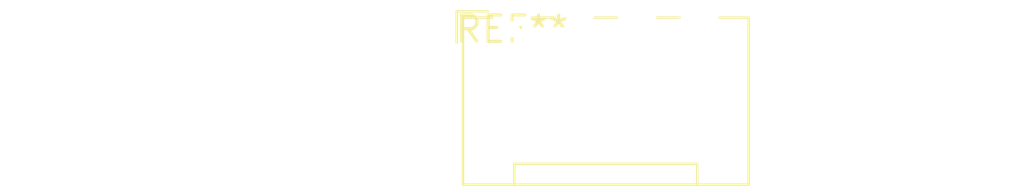
<source format=kicad_pcb>
(kicad_pcb (version 20240108) (generator pcbnew)
  (layers (0 "F.Cu" signal) (31 "B.Cu" signal) (34 "B.Paste" user) (35 "F.Paste" user) (36 "B.SilkS" user "B.Silkscreen") (37 "F.SilkS" user "F.Silkscreen") (38 "B.Mask" user) (39 "F.Mask" user) (44 "Edge.Cuts" user))
  (net 0 "")
  (footprint "JST_ZE_S07B-ZESK-2D_1x07_P1.50mm_Horizontal" (layer "F.Cu") (at 0 0)
    (property "Reference" "REF**")
    (property "Value" "JST_ZE_S07B-ZESK-2D_1x07_P1.50mm_Horizontal")
    (fp_line (start -2.66 -0.86) (end -1.16 -0.86) (layer "F.SilkS") (stroke (width 0.12)))
    (fp_line (start -2.66 0.64) (end -2.66 -0.86) (layer "F.SilkS") (stroke (width 0.12)))
    (fp_line (start -2.36 -0.56) (end -2.36 7.46) (layer "F.SilkS") (stroke (width 0.12)))
    (fp_line (start -2.36 7.46) (end 11.36 7.46) (layer "F.SilkS") (stroke (width 0.12)))
    (fp_line (start -0.96 -0.56) (end -2.36 -0.56) (layer "F.SilkS") (stroke (width 0.12)))
    (fp_line (start 0.11 6.46) (end 8.89 6.46) (layer "F.SilkS") (stroke (width 0.12)))
    (fp_line (start 0.11 7.46) (end 0.11 6.46) (layer "F.SilkS") (stroke (width 0.12)))
    (fp_line (start 0.96 -0.56) (end 2.04 -0.56) (layer "F.SilkS") (stroke (width 0.12)))
    (fp_line (start 3.96 -0.56) (end 5.04 -0.56) (layer "F.SilkS") (stroke (width 0.12)))
    (fp_line (start 6.96 -0.56) (end 8.04 -0.56) (layer "F.SilkS") (stroke (width 0.12)))
    (fp_line (start 8.89 6.46) (end 8.89 7.46) (layer "F.SilkS") (stroke (width 0.12)))
    (fp_line (start 11.36 -0.56) (end 9.96 -0.56) (layer "F.SilkS") (stroke (width 0.12)))
    (fp_line (start 11.36 7.46) (end 11.36 -0.56) (layer "F.SilkS") (stroke (width 0.12)))
    (pad "" np_thru_hole circle (at -1.55 1.85) (size 1.15 1.15) (drill 1.15) (layers *.Cu *.Mask))
    (pad "" np_thru_hole circle (at 10.55 1.85) (size 1.15 1.15) (drill 1.15) (layers *.Cu *.Mask))
    (pad "1" thru_hole roundrect (at 0 0) (size 1.4 1.75) (drill 0.75) (layers *.Cu *.Mask) (remove_unused_layers) (roundrect_rratio 0.178571))
    (pad "2" thru_hole oval (at 1.5 3.7) (size 1.4 1.75) (drill 0.75) (layers *.Cu *.Mask) (remove_unused_layers))
    (pad "3" thru_hole oval (at 3 0) (size 1.4 1.75) (drill 0.75) (layers *.Cu *.Mask) (remove_unused_layers))
    (pad "4" thru_hole oval (at 4.5 3.7) (size 1.4 1.75) (drill 0.75) (layers *.Cu *.Mask) (remove_unused_layers))
    (pad "5" thru_hole oval (at 6 0) (size 1.4 1.75) (drill 0.75) (layers *.Cu *.Mask) (remove_unused_layers))
    (pad "6" thru_hole oval (at 7.5 3.7) (size 1.4 1.75) (drill 0.75) (layers *.Cu *.Mask) (remove_unused_layers))
    (pad "7" thru_hole oval (at 9 0) (size 1.4 1.75) (drill 0.75) (layers *.Cu *.Mask) (remove_unused_layers))
  )
)
</source>
